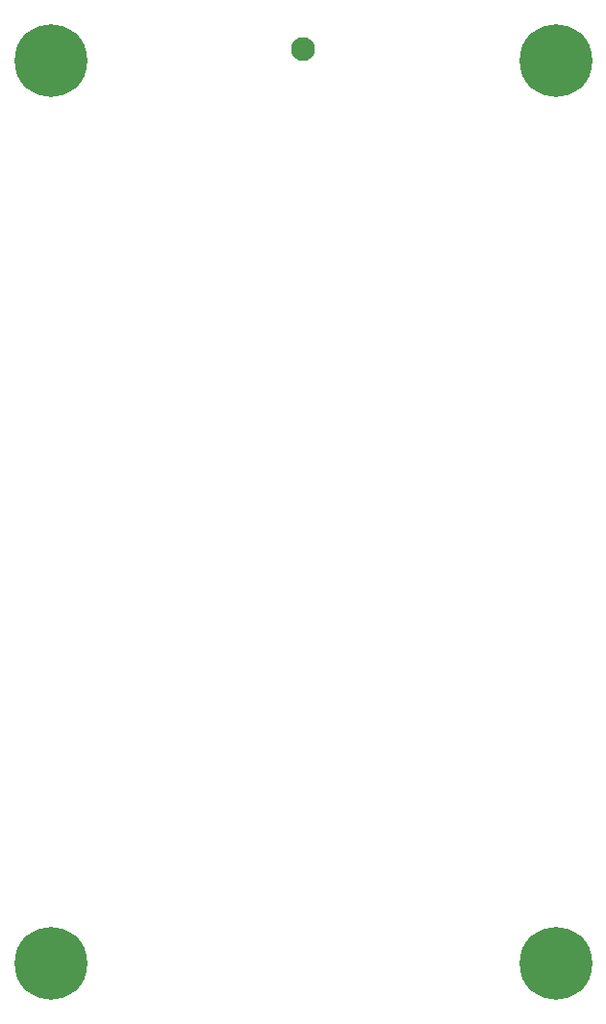
<source format=gts>
G04 #@! TF.GenerationSoftware,KiCad,Pcbnew,7.0.5-unknown-202306101748~6fbdf8f0e2~ubuntu22.04.1*
G04 #@! TF.CreationDate,2023-09-30T13:39:00+01:00*
G04 #@! TF.ProjectId,front_panel,66726f6e-745f-4706-916e-656c2e6b6963,rev?*
G04 #@! TF.SameCoordinates,Original*
G04 #@! TF.FileFunction,Soldermask,Top*
G04 #@! TF.FilePolarity,Negative*
%FSLAX46Y46*%
G04 Gerber Fmt 4.6, Leading zero omitted, Abs format (unit mm)*
G04 Created by KiCad (PCBNEW 7.0.5-unknown-202306101748~6fbdf8f0e2~ubuntu22.04.1) date 2023-09-30 13:39:00*
%MOMM*%
%LPD*%
G01*
G04 APERTURE LIST*
%ADD10C,6.400000*%
%ADD11C,2.100000*%
G04 APERTURE END LIST*
D10*
X129417834Y-133227834D03*
X129417834Y-53852834D03*
X173867834Y-133227834D03*
X173867834Y-53852834D03*
D11*
X151650000Y-52800000D03*
M02*

</source>
